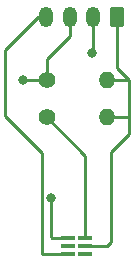
<source format=gbr>
%TF.GenerationSoftware,KiCad,Pcbnew,7.0.2-0*%
%TF.CreationDate,2023-12-19T13:33:06-05:00*%
%TF.ProjectId,TLS2591_v2,544c5332-3539-4315-9f76-322e6b696361,2*%
%TF.SameCoordinates,Original*%
%TF.FileFunction,Copper,L1,Top*%
%TF.FilePolarity,Positive*%
%FSLAX46Y46*%
G04 Gerber Fmt 4.6, Leading zero omitted, Abs format (unit mm)*
G04 Created by KiCad (PCBNEW 7.0.2-0) date 2023-12-19 13:33:06*
%MOMM*%
%LPD*%
G01*
G04 APERTURE LIST*
G04 Aperture macros list*
%AMRoundRect*
0 Rectangle with rounded corners*
0 $1 Rounding radius*
0 $2 $3 $4 $5 $6 $7 $8 $9 X,Y pos of 4 corners*
0 Add a 4 corners polygon primitive as box body*
4,1,4,$2,$3,$4,$5,$6,$7,$8,$9,$2,$3,0*
0 Add four circle primitives for the rounded corners*
1,1,$1+$1,$2,$3*
1,1,$1+$1,$4,$5*
1,1,$1+$1,$6,$7*
1,1,$1+$1,$8,$9*
0 Add four rect primitives between the rounded corners*
20,1,$1+$1,$2,$3,$4,$5,0*
20,1,$1+$1,$4,$5,$6,$7,0*
20,1,$1+$1,$6,$7,$8,$9,0*
20,1,$1+$1,$8,$9,$2,$3,0*%
G04 Aperture macros list end*
%TA.AperFunction,SMDPad,CuDef*%
%ADD10R,1.200000X0.350000*%
%TD*%
%TA.AperFunction,ComponentPad*%
%ADD11C,1.400000*%
%TD*%
%TA.AperFunction,ComponentPad*%
%ADD12O,1.400000X1.400000*%
%TD*%
%TA.AperFunction,ComponentPad*%
%ADD13RoundRect,0.250000X0.350000X0.625000X-0.350000X0.625000X-0.350000X-0.625000X0.350000X-0.625000X0*%
%TD*%
%TA.AperFunction,ComponentPad*%
%ADD14O,1.200000X1.750000*%
%TD*%
%TA.AperFunction,ViaPad*%
%ADD15C,0.800000*%
%TD*%
%TA.AperFunction,Conductor*%
%ADD16C,0.250000*%
%TD*%
G04 APERTURE END LIST*
D10*
%TO.P,IC1,1,SCL*%
%TO.N,Net-(IC1-SCL)*%
X151130000Y-96490000D03*
%TO.P,IC1,2,INT*%
%TO.N,unconnected-(IC1-INT-Pad2)*%
X151130000Y-97140000D03*
%TO.P,IC1,3,GND*%
%TO.N,Net-(IC1-GND)*%
X151130000Y-97790000D03*
%TO.P,IC1,4,NC*%
%TO.N,unconnected-(IC1-NC-Pad4)*%
X152630000Y-97790000D03*
%TO.P,IC1,5,VDD*%
%TO.N,Net-(IC1-VDD)*%
X152630000Y-97140000D03*
%TO.P,IC1,6,SDA*%
%TO.N,Net-(IC1-SDA)*%
X152630000Y-96490000D03*
%TD*%
D11*
%TO.P,R2,1*%
%TO.N,Net-(IC1-SDA)*%
X149352000Y-86233000D03*
D12*
%TO.P,R2,2*%
%TO.N,Net-(IC1-VDD)*%
X154432000Y-86233000D03*
%TD*%
D11*
%TO.P,R1,1*%
%TO.N,Net-(IC1-SCL)*%
X149352000Y-83058000D03*
D12*
%TO.P,R1,2*%
%TO.N,Net-(IC1-VDD)*%
X154432000Y-83058000D03*
%TD*%
D13*
%TO.P,J1,1,Pin_1*%
%TO.N,Net-(IC1-VDD)*%
X155314400Y-77724000D03*
D14*
%TO.P,J1,2,Pin_2*%
%TO.N,Net-(IC1-SDA)*%
X153314400Y-77724000D03*
%TO.P,J1,3,Pin_3*%
%TO.N,Net-(IC1-SCL)*%
X151314400Y-77724000D03*
%TO.P,J1,4,Pin_4*%
%TO.N,Net-(IC1-GND)*%
X149314400Y-77724000D03*
%TD*%
D15*
%TO.N,Net-(IC1-SCL)*%
X147320000Y-83058000D03*
X149733000Y-93091000D03*
%TO.N,Net-(IC1-SDA)*%
X153162000Y-80772000D03*
%TD*%
D16*
%TO.N,Net-(IC1-SCL)*%
X151314400Y-79317600D02*
X149352000Y-81280000D01*
X149733000Y-93091000D02*
X149733000Y-96393000D01*
X149733000Y-96393000D02*
X149830000Y-96490000D01*
X149830000Y-96490000D02*
X151130000Y-96490000D01*
X151314400Y-77724000D02*
X151314400Y-79317600D01*
X149352000Y-83058000D02*
X147320000Y-83058000D01*
X149352000Y-81280000D02*
X149352000Y-83058000D01*
%TO.N,Net-(IC1-GND)*%
X148971000Y-97790000D02*
X151130000Y-97790000D01*
X145796000Y-86106000D02*
X148971000Y-89281000D01*
X149314400Y-77724000D02*
X148590000Y-77724000D01*
X145796000Y-80518000D02*
X145796000Y-86106000D01*
X148971000Y-89281000D02*
X148971000Y-97790000D01*
X148590000Y-77724000D02*
X145796000Y-80518000D01*
%TO.N,Net-(IC1-VDD)*%
X156337000Y-87630000D02*
X156337000Y-86233000D01*
X155314400Y-82035400D02*
X156337000Y-83058000D01*
X154432000Y-86233000D02*
X156337000Y-86233000D01*
X154813000Y-89154000D02*
X156337000Y-87630000D01*
X152630000Y-97140000D02*
X154447000Y-97140000D01*
X155314400Y-77724000D02*
X155314400Y-82035400D01*
X154813000Y-96774000D02*
X154813000Y-89154000D01*
X156337000Y-86233000D02*
X156337000Y-83058000D01*
X154447000Y-97140000D02*
X154813000Y-96774000D01*
X154432000Y-83058000D02*
X156337000Y-83058000D01*
%TO.N,Net-(IC1-SDA)*%
X149352000Y-86233000D02*
X152630000Y-89511000D01*
X153314400Y-80619600D02*
X153162000Y-80772000D01*
X152630000Y-89511000D02*
X152630000Y-96490000D01*
X153314400Y-77724000D02*
X153314400Y-80619600D01*
%TD*%
M02*

</source>
